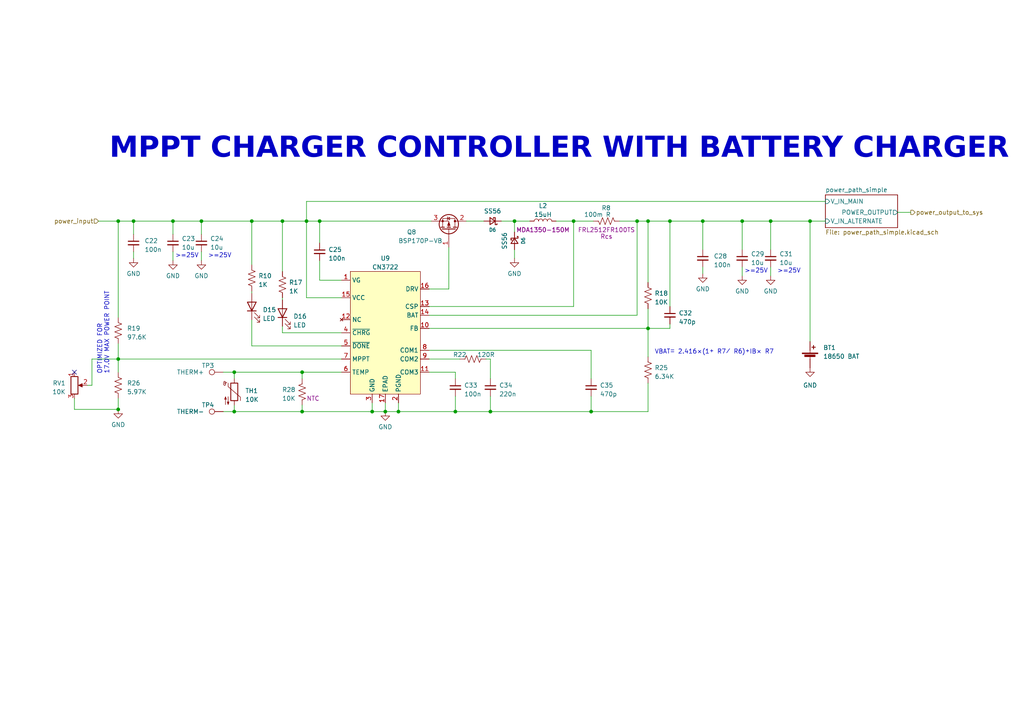
<source format=kicad_sch>
(kicad_sch (version 20230121) (generator eeschema)
  (paper "A4")
  (lib_symbols
    (symbol "Connector:TestPoint" (pin_numbers hide) (pin_names (offset 0.762) hide)
      (property "Reference" "TP" (at 0 6.858 0))
      (property "Value" "TestPoint" (at 0 5.08 0))
      (symbol "TestPoint_0_1"
        (circle (center 0 3.302) (radius 0.762))
      )
      (symbol "TestPoint_1_1"
        (pin passive line (at 0 0 90) (length 2.54) (name "1") (number "1"))
      )
    )
    (symbol "Device:Battery_Cell" (pin_numbers hide) (pin_names (offset 0) hide)
      (property "Reference" "BT" (at 2.54 2.54 0))
      (property "Value" "Battery_Cell" (at 2.54 0 0))
      (symbol "Battery_Cell_0_1"
        (rectangle (start -2.286 1.778) (end 2.286 1.524) (fill (type outline)))
        (rectangle (start -1.5748 1.1938) (end 1.4732 0.6858) (fill (type outline)))
        (polyline (pts (xy 0 0.762) (xy 0 0)))
        (polyline (pts (xy 0 1.778) (xy 0 2.54)))
        (polyline (pts (xy 0.508 3.429) (xy 1.524 3.429)) (stroke (width 0.254)))
        (polyline (pts (xy 1.016 3.937) (xy 1.016 2.921)) (stroke (width 0.254)))
      )
      (symbol "Battery_Cell_1_1"
        (pin passive line (at 0 5.08 270) (length 2.54) (name "+") (number "1"))
        (pin passive line (at 0 -2.54 90) (length 2.54) (name "-") (number "2"))
      )
    )
    (symbol "Device:C_Small" (pin_numbers hide) (pin_names (offset 0.254) hide)
      (property "Reference" "C" (at 0.254 1.778 0))
      (property "Value" "C_Small" (at 0.254 -2.032 0))
      (symbol "C_Small_0_1"
        (polyline (pts (xy -1.524 -0.508) (xy 1.524 -0.508)) (stroke (width 0.3302)))
        (polyline (pts (xy -1.524 0.508) (xy 1.524 0.508)) (stroke (width 0.3048)))
      )
      (symbol "C_Small_1_1"
        (pin passive line (at 0 2.54 270) (length 2.032) (name "~") (number "1"))
        (pin passive line (at 0 -2.54 90) (length 2.032) (name "~") (number "2"))
      )
    )
    (symbol "Device:D_Schottky_Small" (pin_numbers hide) (pin_names (offset 0.254) hide)
      (property "Reference" "D" (at -1.27 2.032 0))
      (property "Value" "D_Schottky_Small" (at -7.112 -2.032 0))
      (symbol "D_Schottky_Small_0_1"
        (polyline (pts (xy -0.762 0) (xy 0.762 0)))
        (polyline (pts (xy 0.762 -1.016) (xy -0.762 0) (xy 0.762 1.016) (xy 0.762 -1.016)) (stroke (width 0.254)))
        (polyline (pts (xy -1.27 0.762) (xy -1.27 1.016) (xy -0.762 1.016) (xy -0.762 -1.016) (xy -0.254 -1.016) (xy -0.254 -0.762)) (stroke (width 0.254)))
      )
      (symbol "D_Schottky_Small_1_1"
        (pin passive line (at -2.54 0 0) (length 1.778) (name "K") (number "1"))
        (pin passive line (at 2.54 0 180) (length 1.778) (name "A") (number "2"))
      )
    )
    (symbol "Device:L" (pin_numbers hide) (pin_names (offset 1.016) hide)
      (property "Reference" "L" (at -1.27 0 90))
      (property "Value" "L" (at 1.905 0 90))
      (symbol "L_0_1"
        (arc (start 0 -2.54) (mid 0.6323 -1.905) (end 0 -1.27))
        (arc (start 0 -1.27) (mid 0.6323 -0.635) (end 0 0))
        (arc (start 0 0) (mid 0.6323 0.635) (end 0 1.27))
        (arc (start 0 1.27) (mid 0.6323 1.905) (end 0 2.54))
      )
      (symbol "L_1_1"
        (pin passive line (at 0 3.81 270) (length 1.27) (name "1") (number "1"))
        (pin passive line (at 0 -3.81 90) (length 1.27) (name "2") (number "2"))
      )
    )
    (symbol "Device:LED" (pin_numbers hide) (pin_names (offset 1.016) hide)
      (property "Reference" "D" (at 0 2.54 0))
      (property "Value" "LED" (at 0 -2.54 0))
      (symbol "LED_0_1"
        (polyline (pts (xy -1.27 -1.27) (xy -1.27 1.27)) (stroke (width 0.254)))
        (polyline (pts (xy -1.27 0) (xy 1.27 0)))
        (polyline (pts (xy 1.27 -1.27) (xy 1.27 1.27) (xy -1.27 0) (xy 1.27 -1.27)) (stroke (width 0.254)))
        (polyline (pts (xy -3.048 -0.762) (xy -4.572 -2.286) (xy -3.81 -2.286) (xy -4.572 -2.286) (xy -4.572 -1.524)))
        (polyline (pts (xy -1.778 -0.762) (xy -3.302 -2.286) (xy -2.54 -2.286) (xy -3.302 -2.286) (xy -3.302 -1.524)))
      )
      (symbol "LED_1_1"
        (pin passive line (at -3.81 0 0) (length 2.54) (name "K") (number "1"))
        (pin passive line (at 3.81 0 180) (length 2.54) (name "A") (number "2"))
      )
    )
    (symbol "Device:Q_PMOS_GDS" (pin_names (offset 0) hide)
      (property "Reference" "Q" (at 5.08 1.27 0))
      (property "Value" "Q_PMOS_GDS" (at 5.08 -1.27 0))
      (symbol "Q_PMOS_GDS_0_1"
        (polyline (pts (xy 0.254 0) (xy -2.54 0)))
        (polyline (pts (xy 0.254 1.905) (xy 0.254 -1.905)) (stroke (width 0.254)))
        (polyline (pts (xy 0.762 -1.27) (xy 0.762 -2.286)) (stroke (width 0.254)))
        (polyline (pts (xy 0.762 0.508) (xy 0.762 -0.508)) (stroke (width 0.254)))
        (polyline (pts (xy 0.762 2.286) (xy 0.762 1.27)) (stroke (width 0.254)))
        (polyline (pts (xy 2.54 2.54) (xy 2.54 1.778)))
        (polyline (pts (xy 2.54 -2.54) (xy 2.54 0) (xy 0.762 0)))
        (polyline (pts (xy 0.762 1.778) (xy 3.302 1.778) (xy 3.302 -1.778) (xy 0.762 -1.778)))
        (polyline (pts (xy 2.286 0) (xy 1.27 0.381) (xy 1.27 -0.381) (xy 2.286 0)) (fill (type outline)))
        (polyline (pts (xy 2.794 -0.508) (xy 2.921 -0.381) (xy 3.683 -0.381) (xy 3.81 -0.254)))
        (polyline (pts (xy 3.302 -0.381) (xy 2.921 0.254) (xy 3.683 0.254) (xy 3.302 -0.381)))
        (circle (center 1.651 0) (radius 2.794) (stroke (width 0.254)))
        (circle (center 2.54 -1.778) (radius 0.254) (fill (type outline)))
        (circle (center 2.54 1.778) (radius 0.254) (fill (type outline)))
      )
      (symbol "Q_PMOS_GDS_1_1"
        (pin input line (at -5.08 0 0) (length 2.54) (name "G") (number "1"))
        (pin passive line (at 2.54 5.08 270) (length 2.54) (name "D") (number "2"))
        (pin passive line (at 2.54 -5.08 90) (length 2.54) (name "S") (number "3"))
      )
    )
    (symbol "Device:R_Potentiometer" (pin_names (offset 1.016) hide)
      (property "Reference" "RV" (at -4.445 0 90))
      (property "Value" "R_Potentiometer" (at -2.54 0 90))
      (symbol "R_Potentiometer_0_1"
        (polyline (pts (xy 2.54 0) (xy 1.524 0)))
        (polyline (pts (xy 1.143 0) (xy 2.286 0.508) (xy 2.286 -0.508) (xy 1.143 0)) (fill (type outline)))
        (rectangle (start 1.016 2.54) (end -1.016 -2.54) (stroke (width 0.254)))
      )
      (symbol "R_Potentiometer_1_1"
        (pin passive line (at 0 3.81 270) (length 1.27) (name "1") (number "1"))
        (pin passive line (at 3.81 0 180) (length 1.27) (name "2") (number "2"))
        (pin passive line (at 0 -3.81 90) (length 1.27) (name "3") (number "3"))
      )
    )
    (symbol "Device:R_US" (pin_numbers hide) (pin_names (offset 0))
      (property "Reference" "R" (at 2.54 0 90))
      (property "Value" "R_US" (at -2.54 0 90))
      (symbol "R_US_0_1"
        (polyline (pts (xy 0 -2.286) (xy 0 -2.54)))
        (polyline (pts (xy 0 2.286) (xy 0 2.54)))
        (polyline (pts (xy 0 -0.762) (xy 1.016 -1.143) (xy 0 -1.524) (xy -1.016 -1.905) (xy 0 -2.286)))
        (polyline (pts (xy 0 0.762) (xy 1.016 0.381) (xy 0 0) (xy -1.016 -0.381) (xy 0 -0.762)))
        (polyline (pts (xy 0 2.286) (xy 1.016 1.905) (xy 0 1.524) (xy -1.016 1.143) (xy 0 0.762)))
      )
      (symbol "R_US_1_1"
        (pin passive line (at 0 3.81 270) (length 1.27) (name "~") (number "1"))
        (pin passive line (at 0 -3.81 90) (length 1.27) (name "~") (number "2"))
      )
    )
    (symbol "Device:Thermistor_NTC" (pin_numbers hide) (pin_names (offset 0))
      (property "Reference" "TH" (at -4.445 0 90))
      (property "Value" "Thermistor_NTC" (at 3.175 0 90))
      (symbol "Thermistor_NTC_0_1"
        (arc (start -3.048 2.159) (mid -3.0495 2.3143) (end -3.175 2.413))
        (arc (start -3.048 2.159) (mid -2.9736 1.9794) (end -2.794 1.905))
        (arc (start -3.048 2.794) (mid -2.9736 2.6144) (end -2.794 2.54))
        (arc (start -2.794 1.905) (mid -2.6144 1.9794) (end -2.54 2.159))
        (arc (start -2.794 2.54) (mid -2.4393 2.5587) (end -2.159 2.794))
        (arc (start -2.794 3.048) (mid -2.9736 2.9736) (end -3.048 2.794))
        (arc (start -2.54 2.794) (mid -2.6144 2.9736) (end -2.794 3.048))
        (rectangle (start -1.016 2.54) (end 1.016 -2.54) (stroke (width 0.254)))
        (polyline (pts (xy -2.54 2.159) (xy -2.54 2.794)))
        (polyline (pts (xy -1.778 2.54) (xy -1.778 1.524) (xy 1.778 -1.524) (xy 1.778 -2.54)))
        (polyline (pts (xy -2.54 -3.683) (xy -2.54 -1.397) (xy -2.794 -2.159) (xy -2.286 -2.159) (xy -2.54 -1.397) (xy -2.54 -1.651)) (fill (type outline)))
        (polyline (pts (xy -1.778 -1.397) (xy -1.778 -3.683) (xy -2.032 -2.921) (xy -1.524 -2.921) (xy -1.778 -3.683) (xy -1.778 -3.429)) (fill (type outline)))
      )
      (symbol "Thermistor_NTC_1_1"
        (pin passive line (at 0 3.81 270) (length 1.27) (name "~") (number "1"))
        (pin passive line (at 0 -3.81 90) (length 1.27) (name "~") (number "2"))
      )
    )
    (symbol "GCL_Integrated-Circuits:CN3722"
      (property "Reference" "U" (at 0 3.81 0))
      (property "Value" "CN3722" (at 0 1.27 0))
      (symbol "CN3722_0_0"
        (pin passive line (at -12.7 -2.54 0) (length 2.54) (name "VG") (number "1"))
        (pin passive line (at 12.7 -16.51 180) (length 2.54) (name "FB") (number "10"))
        (pin passive line (at 12.7 -29.21 180) (length 2.54) (name "COM3") (number "11"))
        (pin no_connect line (at -12.7 -13.97 0) (length 2.54) (name "NC") (number "12"))
        (pin passive line (at 12.7 -10.16 180) (length 2.54) (name "CSP") (number "13"))
        (pin passive line (at 12.7 -12.7 180) (length 2.54) (name "BAT") (number "14"))
        (pin passive line (at -12.7 -7.62 0) (length 2.54) (name "VCC") (number "15"))
        (pin passive line (at 12.7 -5.08 180) (length 2.54) (name "DRV") (number "16"))
        (pin passive line (at 0 -38.1 90) (length 2.54) (name "EPAD") (number "17"))
        (pin passive line (at 3.81 -38.1 90) (length 2.54) (name "PGND") (number "2"))
        (pin passive line (at -3.81 -38.1 90) (length 2.54) (name "GND") (number "3"))
        (pin passive line (at -12.7 -17.78 0) (length 2.54) (name "~{CHRG}") (number "4"))
        (pin passive line (at -12.7 -21.59 0) (length 2.54) (name "~{DONE}") (number "5"))
        (pin passive line (at -12.7 -29.21 0) (length 2.54) (name "TEMP") (number "6"))
        (pin passive line (at -12.7 -25.4 0) (length 2.54) (name "MPPT") (number "7"))
        (pin passive line (at 12.7 -22.86 180) (length 2.54) (name "COM1") (number "8"))
        (pin passive line (at 12.7 -25.4 180) (length 2.54) (name "COM2") (number "9"))
      )
      (symbol "CN3722_0_1"
        (rectangle (start -10.16 0) (end 10.16 -35.56) (fill (type background)))
      )
    )
    (symbol "power:GND" (power) (pin_names (offset 0))
      (property "Value" "GND" (at 0 -3.81 0))
      (symbol "GND_0_1"
        (polyline (pts (xy 0 0) (xy 0 -1.27) (xy 1.27 -1.27) (xy 0 -2.54) (xy -1.27 -1.27) (xy 0 -1.27)))
      )
      (symbol "GND_1_1"
        (pin power_in line (at 0 0 270) (length 0) hide (name "GND") (number "1"))
      )
    )
  )
  (junction (at 92.71 64.135))
  (junction (at 107.95 119.38))
  (junction (at 149.225 64.135))
  (junction (at 111.76 119.38))
  (junction (at 67.945 119.38))
  (junction (at 81.915 64.135))
  (junction (at 73.025 64.135))
  (junction (at 187.96 64.135))
  (junction (at 88.9 64.135))
  (junction (at 87.63 107.95))
  (junction (at 184.785 64.135))
  (junction (at 34.29 118.745))
  (junction (at 34.29 104.14))
  (junction (at 38.735 64.135))
  (junction (at 171.45 119.38))
  (junction (at 234.95 64.135))
  (junction (at 223.52 64.135))
  (junction (at 215.265 64.135))
  (junction (at 67.945 107.95))
  (junction (at 115.57 119.38))
  (junction (at 166.37 64.135))
  (junction (at 34.29 64.135))
  (junction (at 58.42 64.135))
  (junction (at 142.24 119.38))
  (junction (at 203.835 64.135))
  (junction (at 87.63 119.38))
  (junction (at 187.96 95.25))
  (junction (at 132.08 119.38))
  (junction (at 194.31 64.135))
  (junction (at 50.165 64.135))
  (no_connect (at 21.59 107.95))
  (wire (pts (xy 194.31 64.135) (xy 194.31 88.9)))
  (wire (pts (xy 99.06 81.28) (xy 92.71 81.28)))
  (wire (pts (xy 81.915 94.615) (xy 81.915 96.52)))
  (wire (pts (xy 81.915 64.135) (xy 88.9 64.135)))
  (wire (pts (xy 187.96 64.135) (xy 194.31 64.135)))
  (wire (pts (xy 142.24 104.14) (xy 142.24 109.855)))
  (wire (pts (xy 26.67 111.76) (xy 26.67 104.14)))
  (wire (pts (xy 115.57 119.38) (xy 132.08 119.38)))
  (wire (pts (xy 38.735 64.135) (xy 50.165 64.135)))
  (wire (pts (xy 260.35 61.595) (xy 264.16 61.595)))
  (wire (pts (xy 38.735 67.945) (xy 38.735 64.135)))
  (wire (pts (xy 107.95 116.84) (xy 107.95 119.38)))
  (wire (pts (xy 38.735 74.93) (xy 38.735 73.025)))
  (wire (pts (xy 187.96 95.25) (xy 187.96 103.505)))
  (wire (pts (xy 115.57 119.38) (xy 115.57 116.84)))
  (wire (pts (xy 73.025 92.71) (xy 73.025 100.33)))
  (wire (pts (xy 99.06 86.36) (xy 88.9 86.36)))
  (wire (pts (xy 58.42 67.945) (xy 58.42 64.135)))
  (wire (pts (xy 73.025 100.33) (xy 99.06 100.33)))
  (wire (pts (xy 223.52 64.135) (xy 234.95 64.135)))
  (wire (pts (xy 132.08 114.935) (xy 132.08 119.38)))
  (wire (pts (xy 67.945 107.95) (xy 87.63 107.95)))
  (wire (pts (xy 87.63 119.38) (xy 107.95 119.38)))
  (wire (pts (xy 111.76 119.38) (xy 115.57 119.38)))
  (wire (pts (xy 203.835 79.375) (xy 203.835 77.47)))
  (wire (pts (xy 184.785 64.135) (xy 187.96 64.135)))
  (wire (pts (xy 73.025 84.455) (xy 73.025 85.09)))
  (wire (pts (xy 140.335 64.135) (xy 135.255 64.135)))
  (wire (pts (xy 149.225 72.39) (xy 149.225 74.93)))
  (wire (pts (xy 58.42 64.135) (xy 73.025 64.135)))
  (wire (pts (xy 92.71 75.565) (xy 92.71 81.28)))
  (wire (pts (xy 34.29 104.14) (xy 99.06 104.14)))
  (wire (pts (xy 124.46 101.6) (xy 171.45 101.6)))
  (wire (pts (xy 140.97 104.14) (xy 142.24 104.14)))
  (wire (pts (xy 171.45 114.935) (xy 171.45 119.38)))
  (wire (pts (xy 34.29 115.57) (xy 34.29 118.745)))
  (wire (pts (xy 92.71 70.485) (xy 92.71 64.135)))
  (wire (pts (xy 124.46 88.9) (xy 166.37 88.9)))
  (wire (pts (xy 34.29 64.135) (xy 38.735 64.135)))
  (wire (pts (xy 179.705 64.135) (xy 184.785 64.135)))
  (wire (pts (xy 21.59 115.57) (xy 21.59 118.745)))
  (wire (pts (xy 124.46 91.44) (xy 184.785 91.44)))
  (wire (pts (xy 34.29 64.135) (xy 34.29 92.075)))
  (wire (pts (xy 87.63 117.475) (xy 87.63 119.38)))
  (wire (pts (xy 166.37 64.135) (xy 161.29 64.135)))
  (wire (pts (xy 58.42 73.025) (xy 58.42 75.565)))
  (wire (pts (xy 111.76 116.84) (xy 111.76 119.38)))
  (wire (pts (xy 67.945 119.38) (xy 87.63 119.38)))
  (wire (pts (xy 92.71 64.135) (xy 125.095 64.135)))
  (wire (pts (xy 203.835 64.135) (xy 215.265 64.135)))
  (wire (pts (xy 124.46 104.14) (xy 133.35 104.14)))
  (wire (pts (xy 203.835 72.39) (xy 203.835 64.135)))
  (wire (pts (xy 194.31 64.135) (xy 203.835 64.135)))
  (wire (pts (xy 234.95 64.135) (xy 239.395 64.135)))
  (wire (pts (xy 223.52 72.39) (xy 223.52 64.135)))
  (wire (pts (xy 21.59 118.745) (xy 34.29 118.745)))
  (wire (pts (xy 215.265 72.39) (xy 215.265 64.135)))
  (wire (pts (xy 88.9 58.42) (xy 239.395 58.42)))
  (wire (pts (xy 124.46 83.82) (xy 130.175 83.82)))
  (wire (pts (xy 64.77 119.38) (xy 67.945 119.38)))
  (wire (pts (xy 171.45 119.38) (xy 187.96 119.38)))
  (wire (pts (xy 223.52 77.47) (xy 223.52 80.01)))
  (wire (pts (xy 50.165 67.945) (xy 50.165 64.135)))
  (wire (pts (xy 87.63 107.95) (xy 87.63 109.855)))
  (wire (pts (xy 81.915 86.36) (xy 81.915 86.995)))
  (wire (pts (xy 166.37 64.135) (xy 172.085 64.135)))
  (wire (pts (xy 187.96 95.25) (xy 194.31 95.25)))
  (wire (pts (xy 184.785 91.44) (xy 184.785 64.135)))
  (wire (pts (xy 88.9 58.42) (xy 88.9 64.135)))
  (wire (pts (xy 187.96 81.915) (xy 187.96 64.135)))
  (wire (pts (xy 187.96 89.535) (xy 187.96 95.25)))
  (wire (pts (xy 28.575 64.135) (xy 34.29 64.135)))
  (wire (pts (xy 87.63 107.95) (xy 99.06 107.95)))
  (wire (pts (xy 215.265 77.47) (xy 215.265 80.01)))
  (wire (pts (xy 142.24 114.935) (xy 142.24 119.38)))
  (wire (pts (xy 130.175 83.82) (xy 130.175 71.755)))
  (wire (pts (xy 88.9 86.36) (xy 88.9 64.135)))
  (wire (pts (xy 81.915 96.52) (xy 99.06 96.52)))
  (wire (pts (xy 149.225 64.135) (xy 145.415 64.135)))
  (wire (pts (xy 124.46 95.25) (xy 187.96 95.25)))
  (wire (pts (xy 34.29 104.14) (xy 34.29 107.95)))
  (wire (pts (xy 73.025 64.135) (xy 81.915 64.135)))
  (wire (pts (xy 88.9 64.135) (xy 92.71 64.135)))
  (wire (pts (xy 81.915 64.135) (xy 81.915 78.74)))
  (wire (pts (xy 50.165 73.025) (xy 50.165 75.565)))
  (wire (pts (xy 187.96 119.38) (xy 187.96 111.125)))
  (wire (pts (xy 26.67 104.14) (xy 34.29 104.14)))
  (wire (pts (xy 73.025 64.135) (xy 73.025 76.835)))
  (wire (pts (xy 124.46 107.95) (xy 132.08 107.95)))
  (wire (pts (xy 234.95 64.135) (xy 234.95 99.06)))
  (wire (pts (xy 215.265 64.135) (xy 223.52 64.135)))
  (wire (pts (xy 34.29 99.695) (xy 34.29 104.14)))
  (wire (pts (xy 67.945 107.95) (xy 67.945 109.855)))
  (wire (pts (xy 166.37 88.9) (xy 166.37 64.135)))
  (wire (pts (xy 25.4 111.76) (xy 26.67 111.76)))
  (wire (pts (xy 50.165 64.135) (xy 58.42 64.135)))
  (wire (pts (xy 153.67 64.135) (xy 149.225 64.135)))
  (wire (pts (xy 67.945 117.475) (xy 67.945 119.38)))
  (wire (pts (xy 132.08 107.95) (xy 132.08 109.855)))
  (wire (pts (xy 142.24 119.38) (xy 171.45 119.38)))
  (wire (pts (xy 107.95 119.38) (xy 111.76 119.38)))
  (wire (pts (xy 149.225 64.135) (xy 149.225 67.31)))
  (wire (pts (xy 194.31 95.25) (xy 194.31 93.98)))
  (wire (pts (xy 142.24 119.38) (xy 132.08 119.38)))
  (wire (pts (xy 64.77 107.95) (xy 67.945 107.95)))
  (wire (pts (xy 171.45 101.6) (xy 171.45 109.855)))
  (text ">=25V" (at 225.425 79.375 0) (effects (font (size 1.27 1.27)) (justify left bottom)))
  (text "MPPT CHARGER CONTROLLER WITH BATTERY CHARGER" (at 31.75 48.26 0) (effects (font (size 6 6) (thickness 1.2) bold) (justify left bottom)))
  (text ">=25V" (at 215.9 79.375 0) (effects (font (size 1.27 1.27)) (justify left bottom)))
  (text "OPTIMIZED FOR\n17.0V MAX POWER POINT" (at 31.75 108.585 90) (effects (font (size 1.27 1.27)) (justify left bottom)))
  (text ">=25V" (at 50.8 74.93 0) (effects (font (size 1.27 1.27)) (justify left bottom)))
  (text ">=25V" (at 60.325 74.93 0) (effects (font (size 1.27 1.27)) (justify left bottom)))
  (text "VBAT＝ 2.416×(1＋ R7／ R6)＋IB× R7" (at 189.865 102.87 0) (effects (font (size 1.27 1.27)) (justify left bottom)))
  (hierarchical_label "power_output_to_sys" (shape output) (at 264.16 61.595 0))
  (hierarchical_label "power_input" (shape input) (at 28.575 64.135 180))
  (symbol (lib_id "Device:C_Small") (at 58.42 70.485 0) (unit 1)
    (property "Reference" "C24" (at 60.96 69.2212 0) (effects (justify left)))
    (property "Value" "10u" (at 60.96 71.7612 0) (effects (justify left)))
    (property "Footprint" "Capacitor_SMD:C_0603_1608Metric" (effects hide))
  )
  (symbol (lib_id "power:GND") (at 50.165 75.565 0) (unit 1)
    (property "Reference" "#PWR056" (effects hide))
    (property "Value" "GND" (at 50.165 80.01 0))
  )
  (symbol (lib_id "Device:C_Small") (at 215.265 74.93 0) (unit 1)
    (property "Reference" "C29" (at 217.805 73.6662 0) (effects (justify left)))
    (property "Value" "10u" (at 217.805 76.2062 0) (effects (justify left)))
    (property "Footprint" "Capacitor_SMD:C_0603_1608Metric" (effects hide))
  )
  (symbol (lib_id "Device:C_Small") (at 132.08 112.395 0) (unit 1)
    (property "Reference" "C33" (at 134.62 111.7663 0) (effects (justify left)))
    (property "Value" "100n" (at 134.62 114.3063 0) (effects (justify left)))
    (property "Footprint" "Capacitor_SMD:C_0402_1005Metric" (effects hide))
  )
  (symbol (lib_id "GCL_Integrated-Circuits:CN3722") (at 111.76 78.74 0) (unit 1)
    (property "Reference" "U9" (at 111.76 74.93 0))
    (property "Value" "CN3722" (at 111.76 77.47 0))
    (property "Footprint" "Package_SO:HTSSOP-16-1EP_4.4x5mm_P0.65mm_EP3.4x5mm" (effects hide))
  )
  (symbol (lib_id "Device:C_Small") (at 92.71 73.025 0) (unit 1)
    (property "Reference" "C25" (at 95.25 72.3963 0) (effects (justify left)))
    (property "Value" "100n" (at 95.25 74.9363 0) (effects (justify left)))
    (property "Footprint" "Capacitor_SMD:C_0402_1005Metric" (effects hide))
  )
  (symbol (lib_id "Device:R_Potentiometer") (at 21.59 111.76 0) (unit 1)
    (property "Reference" "RV1" (at 19.05 111.125 0) (effects (justify right)))
    (property "Value" "10K" (at 19.05 113.665 0) (effects (justify right)))
    (property "Footprint" "Potentiometer_THT:Potentiometer_Bourns_3266Y_Vertical" (effects hide))
  )
  (symbol (lib_id "power:GND") (at 234.95 106.68 0) (unit 1)
    (property "Reference" "#PWR0155" (effects hide))
    (property "Value" "GND" (at 234.95 111.76 0))
  )
  (symbol (lib_id "Device:R_US") (at 34.29 111.76 0) (unit 1)
    (property "Reference" "R26" (at 36.83 111.125 0) (effects (justify left)))
    (property "Value" "5.97K" (at 36.83 113.665 0) (effects (justify left)))
    (property "Footprint" "Resistor_SMD:R_0402_1005Metric" (effects hide))
  )
  (symbol (lib_id "Device:D_Schottky_Small") (at 142.875 64.135 180) (unit 1)
    (property "Reference" "D6" (at 142.875 66.675 0) (effects (font (size 0.9906 0.9906))))
    (property "Value" "SS56" (at 142.875 61.2394 0))
    (property "Footprint" "Diode_SMD:D_SMA" (effects hide))
    (instances (project "RpiPico_Agriboard" (path "" (reference "D6") (unit 1)) (path "" (reference "D7") (unit 1))))
  )
  (symbol (lib_id "power:GND") (at 215.265 80.01 0) (unit 1)
    (property "Reference" "#PWR0140" (effects hide))
    (property "Value" "GND" (at 215.265 84.455 0))
  )
  (symbol (lib_id "Device:R_US") (at 187.96 107.315 0) (unit 1)
    (property "Reference" "R25" (at 189.865 106.68 0) (effects (justify left)))
    (property "Value" "6.34K" (at 189.865 109.22 0) (effects (justify left)))
    (property "Footprint" "Resistor_SMD:R_0402_1005Metric" (effects hide))
  )
  (symbol (lib_id "Device:R_US") (at 34.29 95.885 0) (unit 1)
    (property "Reference" "R19" (at 36.83 95.25 0) (effects (justify left)))
    (property "Value" "97.6K" (at 36.83 97.79 0) (effects (justify left)))
    (property "Footprint" "Resistor_SMD:R_0402_1005Metric" (effects hide))
  )
  (symbol (lib_id "power:GND") (at 58.42 75.565 0) (unit 1)
    (property "Reference" "#PWR060" (effects hide))
    (property "Value" "GND" (at 58.42 80.01 0))
  )
  (symbol (lib_id "Device:LED") (at 81.915 90.805 90) (unit 1)
    (property "Reference" "D16" (at 85.09 91.7575 90) (effects (justify right)))
    (property "Value" "LED" (at 85.09 94.2975 90) (effects (justify right)))
    (property "Footprint" "LED_SMD:LED_0603_1608Metric" (effects hide))
  )
  (symbol (lib_id "Device:R_US") (at 187.96 85.725 0) (unit 1)
    (property "Reference" "R18" (at 189.865 85.09 0) (effects (justify left)))
    (property "Value" "10K" (at 189.865 87.63 0) (effects (justify left)))
    (property "Footprint" "Resistor_SMD:R_0402_1005Metric" (effects hide))
  )
  (symbol (lib_id "power:GND") (at 223.52 80.01 0) (unit 1)
    (property "Reference" "#PWR0154" (effects hide))
    (property "Value" "GND" (at 223.52 84.455 0))
  )
  (symbol (lib_id "Device:C_Small") (at 142.24 112.395 0) (unit 1)
    (property "Reference" "C34" (at 144.78 111.7663 0) (effects (justify left)))
    (property "Value" "220n" (at 144.78 114.3063 0) (effects (justify left)))
    (property "Footprint" "Capacitor_SMD:C_0402_1005Metric" (effects hide))
  )
  (symbol (lib_id "Device:R_US") (at 81.915 82.55 0) (unit 1)
    (property "Reference" "R17" (at 83.82 81.915 0) (effects (justify left)))
    (property "Value" "1K" (at 83.82 84.455 0) (effects (justify left)))
    (property "Footprint" "Resistor_SMD:R_0402_1005Metric" (effects hide))
  )
  (symbol (lib_id "Device:L") (at 157.48 64.135 90) (unit 1)
    (property "Reference" "L2" (at 157.48 59.69 90))
    (property "Value" "15uH" (at 157.48 62.23 90))
    (property "Footprint" "greencharge-footprints:MDA1350-XXX" (effects hide))
    (property "MPN" "MDA1350-150M" (at 157.48 66.675 90))
  )
  (symbol (lib_id "Device:LED") (at 73.025 88.9 90) (unit 1)
    (property "Reference" "D15" (at 76.2 89.8525 90) (effects (justify right)))
    (property "Value" "LED" (at 76.2 92.3925 90) (effects (justify right)))
    (property "Footprint" "LED_SMD:LED_0603_1608Metric" (effects hide))
  )
  (symbol (lib_id "Device:R_US") (at 175.895 64.135 90) (mirror x) (unit 1)
    (property "Reference" "R8" (at 177.165 60.325 90) (effects (justify left)))
    (property "Value" "100m R" (at 177.165 62.23 90) (effects (justify left)))
    (property "Footprint" "Resistor_SMD:R_2512_6332Metric" (effects hide))
    (property "Desription" "Rcs" (at 175.895 68.58 90))
    (property "MPN" "FRL2512FR100TS" (at 175.895 66.675 90))
  )
  (symbol (lib_id "Device:C_Small") (at 194.31 91.44 0) (unit 1)
    (property "Reference" "C32" (at 196.85 90.8113 0) (effects (justify left)))
    (property "Value" "470p" (at 196.85 93.3513 0) (effects (justify left)))
    (property "Footprint" "Capacitor_SMD:C_0402_1005Metric" (effects hide))
  )
  (symbol (lib_id "Device:C_Small") (at 171.45 112.395 0) (unit 1)
    (property "Reference" "C35" (at 173.99 111.7663 0) (effects (justify left)))
    (property "Value" "470p" (at 173.99 114.3063 0) (effects (justify left)))
    (property "Footprint" "Capacitor_SMD:C_0402_1005Metric" (effects hide))
  )
  (symbol (lib_id "Device:Battery_Cell") (at 234.95 104.14 0) (unit 1)
    (property "Reference" "BT1" (at 238.76 100.8379 0) (effects (justify left)))
    (property "Value" "18650 BAT" (at 238.76 103.3779 0) (effects (justify left)))
    (property "Footprint" "Battery:BatteryHolder_Keystone_1042_1x18650" (effects hide))
  )
  (symbol (lib_id "Device:D_Schottky_Small") (at 149.225 69.85 270) (unit 1)
    (property "Reference" "D6" (at 151.765 69.85 0) (effects (font (size 0.9906 0.9906))))
    (property "Value" "SS56" (at 146.3294 69.85 0))
    (property "Footprint" "Diode_SMD:D_SMA" (effects hide))
    (instances (project "RpiPico_Agriboard" (path "" (reference "D6") (unit 1)) (path "" (reference "D11") (unit 1))))
  )
  (symbol (lib_id "Device:C_Small") (at 223.52 74.93 0) (unit 1)
    (property "Reference" "C31" (at 226.06 73.6662 0) (effects (justify left)))
    (property "Value" "10u" (at 226.06 76.2062 0) (effects (justify left)))
    (property "Footprint" "Capacitor_SMD:C_0603_1608Metric" (effects hide))
  )
  (symbol (lib_id "Device:Thermistor_NTC") (at 67.945 113.665 0) (unit 1)
    (property "Reference" "TH1" (at 71.12 113.3475 0) (effects (justify left)))
    (property "Value" "10K" (at 71.12 115.8875 0) (effects (justify left)))
    (property "Footprint" "Resistor_SMD:R_0603_1608Metric" (effects hide))
  )
  (symbol (lib_id "Connector:TestPoint") (at 64.77 107.95 90) (unit 1)
    (property "Reference" "TP3" (at 60.325 106.045 90))
    (property "Value" "THERM+" (at 55.245 107.95 90))
    (property "Footprint" "brilliant-kicad-library:TestPoint_Pad_D0.9mm" (effects hide))
  )
  (symbol (lib_id "Device:Q_PMOS_GDS") (at 130.175 66.675 270) (mirror x) (unit 1)
    (property "Reference" "Q8" (at 119.38 67.31 90))
    (property "Value" "BSP170P-VB" (at 121.92 69.85 90))
    (property "Footprint" "Package_TO_SOT_SMD:SOT-223" (effects hide))
    (instances (project "RpiPico_Agriboard" (path "" (reference "Q8") (unit 1)) (path "" (reference "Q1") (unit 1))))
  )
  (symbol (lib_id "Device:C_Small") (at 203.835 74.93 0) (unit 1)
    (property "Reference" "C28" (at 207.01 74.3013 0) (effects (justify left)))
    (property "Value" "100n" (at 207.01 76.8413 0) (effects (justify left)))
    (property "Footprint" "Capacitor_SMD:C_0402_1005Metric" (effects hide))
  )
  (symbol (lib_id "Device:C_Small") (at 50.165 70.485 0) (unit 1)
    (property "Reference" "C23" (at 52.705 69.2212 0) (effects (justify left)))
    (property "Value" "10u" (at 52.705 71.7612 0) (effects (justify left)))
    (property "Footprint" "Capacitor_SMD:C_0603_1608Metric" (effects hide))
  )
  (symbol (lib_id "power:GND") (at 38.735 74.93 0) (unit 1)
    (property "Reference" "#PWR0106" (effects hide))
    (property "Value" "GND" (at 38.735 79.375 0))
  )
  (symbol (lib_id "power:GND") (at 149.225 74.93 0) (unit 1)
    (property "Reference" "#PWR0156" (effects hide))
    (property "Value" "GND" (at 149.225 79.375 0))
  )
  (symbol (lib_id "power:GND") (at 203.835 79.375 0) (unit 1)
    (property "Reference" "#PWR0139" (effects hide))
    (property "Value" "GND" (at 203.835 83.82 0))
  )
  (symbol (lib_id "power:GND") (at 111.76 119.38 0) (unit 1)
    (property "Reference" "#PWR0109" (effects hide))
    (property "Value" "GND" (at 111.76 123.825 0))
  )
  (symbol (lib_id "Device:C_Small") (at 38.735 70.485 0) (unit 1)
    (property "Reference" "C22" (at 41.91 69.8563 0) (effects (justify left)))
    (property "Value" "100n" (at 41.91 72.3963 0) (effects (justify left)))
    (property "Footprint" "Capacitor_SMD:C_0402_1005Metric" (effects hide))
  )
  (symbol (lib_id "power:GND") (at 34.29 118.745 0) (unit 1)
    (property "Reference" "#PWR0138" (effects hide))
    (property "Value" "GND" (at 34.29 123.19 0))
  )
  (symbol (lib_id "Device:R_US") (at 137.16 104.14 90) (unit 1)
    (property "Reference" "R22" (at 133.35 102.87 90))
    (property "Value" "120R" (at 140.97 102.87 90))
    (property "Footprint" "Resistor_SMD:R_0402_1005Metric" (effects hide))
  )
  (symbol (lib_id "Device:R_US") (at 87.63 113.665 0) (mirror y) (unit 1)
    (property "Reference" "R28" (at 85.725 113.03 0) (effects (justify left)))
    (property "Value" "10K" (at 85.725 115.57 0) (effects (justify left)))
    (property "Footprint" "Resistor_SMD:R_0402_1005Metric" (effects hide))
    (property "Desription" "NTC" (at 90.805 115.57 0))
  )
  (symbol (lib_id "Device:R_US") (at 73.025 80.645 0) (unit 1)
    (property "Reference" "R10" (at 74.93 80.01 0) (effects (justify left)))
    (property "Value" "1K" (at 74.93 82.55 0) (effects (justify left)))
    (property "Footprint" "Resistor_SMD:R_0402_1005Metric" (effects hide))
  )
  (symbol (lib_id "Connector:TestPoint") (at 64.77 119.38 90) (unit 1)
    (property "Reference" "TP4" (at 60.325 117.475 90))
    (property "Value" "THERM-" (at 55.245 119.38 90))
    (property "Footprint" "brilliant-kicad-library:TestPoint_Pad_D0.9mm" (effects hide))
  )
  (sheet (at 239.395 56.515) (size 20.955 9.525) (stroke (width 0.1524))
    (property "Sheetname" "power_path_simple" (at 239.395 55.8034 0) (effects (justify left bottom)))
    (property "Sheetfile" "power_path_simple.kicad_sch" (at 239.395 66.6246 0) (effects (justify left top)))
    (pin "POWER_OUTPUT" output (at 260.35 61.595 0))
    (pin "V_IN_ALTERNATE" input (at 239.395 64.135 180))
    (pin "V_IN_MAIN" input (at 239.395 58.42 180))
  )
)
</source>
